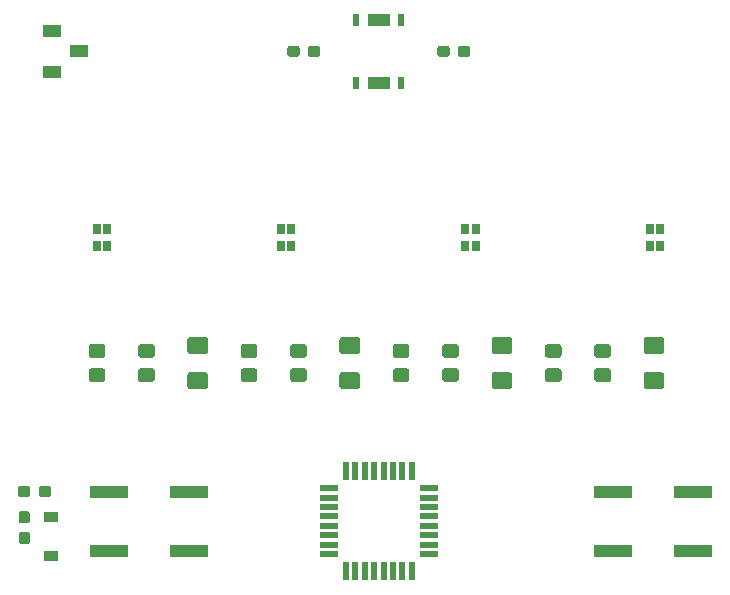
<source format=gbr>
G04 #@! TF.GenerationSoftware,KiCad,Pcbnew,(5.1.5)-3*
G04 #@! TF.CreationDate,2021-01-15T00:08:51-08:00*
G04 #@! TF.ProjectId,KHP2100,4b485032-3130-4302-9e6b-696361645f70,NC*
G04 #@! TF.SameCoordinates,Original*
G04 #@! TF.FileFunction,Paste,Top*
G04 #@! TF.FilePolarity,Positive*
%FSLAX46Y46*%
G04 Gerber Fmt 4.6, Leading zero omitted, Abs format (unit mm)*
G04 Created by KiCad (PCBNEW (5.1.5)-3) date 2021-01-15 00:08:51*
%MOMM*%
%LPD*%
G04 APERTURE LIST*
%ADD10C,0.100000*%
%ADD11R,0.650000X0.850000*%
%ADD12R,1.200000X0.900000*%
%ADD13R,1.600000X1.000000*%
%ADD14R,3.200000X1.000000*%
%ADD15R,0.600000X1.050000*%
%ADD16R,1.870000X1.050000*%
%ADD17R,0.550000X1.600000*%
%ADD18R,1.600000X0.550000*%
G04 APERTURE END LIST*
D10*
G36*
X120184779Y-97002344D02*
G01*
X120207834Y-97005763D01*
X120230443Y-97011427D01*
X120252387Y-97019279D01*
X120273457Y-97029244D01*
X120293448Y-97041226D01*
X120312168Y-97055110D01*
X120329438Y-97070762D01*
X120345090Y-97088032D01*
X120358974Y-97106752D01*
X120370956Y-97126743D01*
X120380921Y-97147813D01*
X120388773Y-97169757D01*
X120394437Y-97192366D01*
X120397856Y-97215421D01*
X120399000Y-97238700D01*
X120399000Y-97713700D01*
X120397856Y-97736979D01*
X120394437Y-97760034D01*
X120388773Y-97782643D01*
X120380921Y-97804587D01*
X120370956Y-97825657D01*
X120358974Y-97845648D01*
X120345090Y-97864368D01*
X120329438Y-97881638D01*
X120312168Y-97897290D01*
X120293448Y-97911174D01*
X120273457Y-97923156D01*
X120252387Y-97933121D01*
X120230443Y-97940973D01*
X120207834Y-97946637D01*
X120184779Y-97950056D01*
X120161500Y-97951200D01*
X119586500Y-97951200D01*
X119563221Y-97950056D01*
X119540166Y-97946637D01*
X119517557Y-97940973D01*
X119495613Y-97933121D01*
X119474543Y-97923156D01*
X119454552Y-97911174D01*
X119435832Y-97897290D01*
X119418562Y-97881638D01*
X119402910Y-97864368D01*
X119389026Y-97845648D01*
X119377044Y-97825657D01*
X119367079Y-97804587D01*
X119359227Y-97782643D01*
X119353563Y-97760034D01*
X119350144Y-97736979D01*
X119349000Y-97713700D01*
X119349000Y-97238700D01*
X119350144Y-97215421D01*
X119353563Y-97192366D01*
X119359227Y-97169757D01*
X119367079Y-97147813D01*
X119377044Y-97126743D01*
X119389026Y-97106752D01*
X119402910Y-97088032D01*
X119418562Y-97070762D01*
X119435832Y-97055110D01*
X119454552Y-97041226D01*
X119474543Y-97029244D01*
X119495613Y-97019279D01*
X119517557Y-97011427D01*
X119540166Y-97005763D01*
X119563221Y-97002344D01*
X119586500Y-97001200D01*
X120161500Y-97001200D01*
X120184779Y-97002344D01*
G37*
G36*
X118434779Y-97002344D02*
G01*
X118457834Y-97005763D01*
X118480443Y-97011427D01*
X118502387Y-97019279D01*
X118523457Y-97029244D01*
X118543448Y-97041226D01*
X118562168Y-97055110D01*
X118579438Y-97070762D01*
X118595090Y-97088032D01*
X118608974Y-97106752D01*
X118620956Y-97126743D01*
X118630921Y-97147813D01*
X118638773Y-97169757D01*
X118644437Y-97192366D01*
X118647856Y-97215421D01*
X118649000Y-97238700D01*
X118649000Y-97713700D01*
X118647856Y-97736979D01*
X118644437Y-97760034D01*
X118638773Y-97782643D01*
X118630921Y-97804587D01*
X118620956Y-97825657D01*
X118608974Y-97845648D01*
X118595090Y-97864368D01*
X118579438Y-97881638D01*
X118562168Y-97897290D01*
X118543448Y-97911174D01*
X118523457Y-97923156D01*
X118502387Y-97933121D01*
X118480443Y-97940973D01*
X118457834Y-97946637D01*
X118434779Y-97950056D01*
X118411500Y-97951200D01*
X117836500Y-97951200D01*
X117813221Y-97950056D01*
X117790166Y-97946637D01*
X117767557Y-97940973D01*
X117745613Y-97933121D01*
X117724543Y-97923156D01*
X117704552Y-97911174D01*
X117685832Y-97897290D01*
X117668562Y-97881638D01*
X117652910Y-97864368D01*
X117639026Y-97845648D01*
X117627044Y-97825657D01*
X117617079Y-97804587D01*
X117609227Y-97782643D01*
X117603563Y-97760034D01*
X117600144Y-97736979D01*
X117599000Y-97713700D01*
X117599000Y-97238700D01*
X117600144Y-97215421D01*
X117603563Y-97192366D01*
X117609227Y-97169757D01*
X117617079Y-97147813D01*
X117627044Y-97126743D01*
X117639026Y-97106752D01*
X117652910Y-97088032D01*
X117668562Y-97070762D01*
X117685832Y-97055110D01*
X117704552Y-97041226D01*
X117724543Y-97029244D01*
X117745613Y-97019279D01*
X117767557Y-97011427D01*
X117790166Y-97005763D01*
X117813221Y-97002344D01*
X117836500Y-97001200D01*
X118411500Y-97001200D01*
X118434779Y-97002344D01*
G37*
G36*
X142988829Y-59749344D02*
G01*
X143011884Y-59752763D01*
X143034493Y-59758427D01*
X143056437Y-59766279D01*
X143077507Y-59776244D01*
X143097498Y-59788226D01*
X143116218Y-59802110D01*
X143133488Y-59817762D01*
X143149140Y-59835032D01*
X143163024Y-59853752D01*
X143175006Y-59873743D01*
X143184971Y-59894813D01*
X143192823Y-59916757D01*
X143198487Y-59939366D01*
X143201906Y-59962421D01*
X143203050Y-59985700D01*
X143203050Y-60460700D01*
X143201906Y-60483979D01*
X143198487Y-60507034D01*
X143192823Y-60529643D01*
X143184971Y-60551587D01*
X143175006Y-60572657D01*
X143163024Y-60592648D01*
X143149140Y-60611368D01*
X143133488Y-60628638D01*
X143116218Y-60644290D01*
X143097498Y-60658174D01*
X143077507Y-60670156D01*
X143056437Y-60680121D01*
X143034493Y-60687973D01*
X143011884Y-60693637D01*
X142988829Y-60697056D01*
X142965550Y-60698200D01*
X142390550Y-60698200D01*
X142367271Y-60697056D01*
X142344216Y-60693637D01*
X142321607Y-60687973D01*
X142299663Y-60680121D01*
X142278593Y-60670156D01*
X142258602Y-60658174D01*
X142239882Y-60644290D01*
X142222612Y-60628638D01*
X142206960Y-60611368D01*
X142193076Y-60592648D01*
X142181094Y-60572657D01*
X142171129Y-60551587D01*
X142163277Y-60529643D01*
X142157613Y-60507034D01*
X142154194Y-60483979D01*
X142153050Y-60460700D01*
X142153050Y-59985700D01*
X142154194Y-59962421D01*
X142157613Y-59939366D01*
X142163277Y-59916757D01*
X142171129Y-59894813D01*
X142181094Y-59873743D01*
X142193076Y-59853752D01*
X142206960Y-59835032D01*
X142222612Y-59817762D01*
X142239882Y-59802110D01*
X142258602Y-59788226D01*
X142278593Y-59776244D01*
X142299663Y-59766279D01*
X142321607Y-59758427D01*
X142344216Y-59752763D01*
X142367271Y-59749344D01*
X142390550Y-59748200D01*
X142965550Y-59748200D01*
X142988829Y-59749344D01*
G37*
G36*
X141238829Y-59749344D02*
G01*
X141261884Y-59752763D01*
X141284493Y-59758427D01*
X141306437Y-59766279D01*
X141327507Y-59776244D01*
X141347498Y-59788226D01*
X141366218Y-59802110D01*
X141383488Y-59817762D01*
X141399140Y-59835032D01*
X141413024Y-59853752D01*
X141425006Y-59873743D01*
X141434971Y-59894813D01*
X141442823Y-59916757D01*
X141448487Y-59939366D01*
X141451906Y-59962421D01*
X141453050Y-59985700D01*
X141453050Y-60460700D01*
X141451906Y-60483979D01*
X141448487Y-60507034D01*
X141442823Y-60529643D01*
X141434971Y-60551587D01*
X141425006Y-60572657D01*
X141413024Y-60592648D01*
X141399140Y-60611368D01*
X141383488Y-60628638D01*
X141366218Y-60644290D01*
X141347498Y-60658174D01*
X141327507Y-60670156D01*
X141306437Y-60680121D01*
X141284493Y-60687973D01*
X141261884Y-60693637D01*
X141238829Y-60697056D01*
X141215550Y-60698200D01*
X140640550Y-60698200D01*
X140617271Y-60697056D01*
X140594216Y-60693637D01*
X140571607Y-60687973D01*
X140549663Y-60680121D01*
X140528593Y-60670156D01*
X140508602Y-60658174D01*
X140489882Y-60644290D01*
X140472612Y-60628638D01*
X140456960Y-60611368D01*
X140443076Y-60592648D01*
X140431094Y-60572657D01*
X140421129Y-60551587D01*
X140413277Y-60529643D01*
X140407613Y-60507034D01*
X140404194Y-60483979D01*
X140403050Y-60460700D01*
X140403050Y-59985700D01*
X140404194Y-59962421D01*
X140407613Y-59939366D01*
X140413277Y-59916757D01*
X140421129Y-59894813D01*
X140431094Y-59873743D01*
X140443076Y-59853752D01*
X140456960Y-59835032D01*
X140472612Y-59817762D01*
X140489882Y-59802110D01*
X140508602Y-59788226D01*
X140528593Y-59776244D01*
X140549663Y-59766279D01*
X140571607Y-59758427D01*
X140594216Y-59752763D01*
X140617271Y-59749344D01*
X140640550Y-59748200D01*
X141215550Y-59748200D01*
X141238829Y-59749344D01*
G37*
D11*
X139887766Y-76696400D03*
X140737766Y-76696400D03*
X139887766Y-75246400D03*
X140737766Y-75246400D03*
D10*
G36*
X155688829Y-59749344D02*
G01*
X155711884Y-59752763D01*
X155734493Y-59758427D01*
X155756437Y-59766279D01*
X155777507Y-59776244D01*
X155797498Y-59788226D01*
X155816218Y-59802110D01*
X155833488Y-59817762D01*
X155849140Y-59835032D01*
X155863024Y-59853752D01*
X155875006Y-59873743D01*
X155884971Y-59894813D01*
X155892823Y-59916757D01*
X155898487Y-59939366D01*
X155901906Y-59962421D01*
X155903050Y-59985700D01*
X155903050Y-60460700D01*
X155901906Y-60483979D01*
X155898487Y-60507034D01*
X155892823Y-60529643D01*
X155884971Y-60551587D01*
X155875006Y-60572657D01*
X155863024Y-60592648D01*
X155849140Y-60611368D01*
X155833488Y-60628638D01*
X155816218Y-60644290D01*
X155797498Y-60658174D01*
X155777507Y-60670156D01*
X155756437Y-60680121D01*
X155734493Y-60687973D01*
X155711884Y-60693637D01*
X155688829Y-60697056D01*
X155665550Y-60698200D01*
X155090550Y-60698200D01*
X155067271Y-60697056D01*
X155044216Y-60693637D01*
X155021607Y-60687973D01*
X154999663Y-60680121D01*
X154978593Y-60670156D01*
X154958602Y-60658174D01*
X154939882Y-60644290D01*
X154922612Y-60628638D01*
X154906960Y-60611368D01*
X154893076Y-60592648D01*
X154881094Y-60572657D01*
X154871129Y-60551587D01*
X154863277Y-60529643D01*
X154857613Y-60507034D01*
X154854194Y-60483979D01*
X154853050Y-60460700D01*
X154853050Y-59985700D01*
X154854194Y-59962421D01*
X154857613Y-59939366D01*
X154863277Y-59916757D01*
X154871129Y-59894813D01*
X154881094Y-59873743D01*
X154893076Y-59853752D01*
X154906960Y-59835032D01*
X154922612Y-59817762D01*
X154939882Y-59802110D01*
X154958602Y-59788226D01*
X154978593Y-59776244D01*
X154999663Y-59766279D01*
X155021607Y-59758427D01*
X155044216Y-59752763D01*
X155067271Y-59749344D01*
X155090550Y-59748200D01*
X155665550Y-59748200D01*
X155688829Y-59749344D01*
G37*
G36*
X153938829Y-59749344D02*
G01*
X153961884Y-59752763D01*
X153984493Y-59758427D01*
X154006437Y-59766279D01*
X154027507Y-59776244D01*
X154047498Y-59788226D01*
X154066218Y-59802110D01*
X154083488Y-59817762D01*
X154099140Y-59835032D01*
X154113024Y-59853752D01*
X154125006Y-59873743D01*
X154134971Y-59894813D01*
X154142823Y-59916757D01*
X154148487Y-59939366D01*
X154151906Y-59962421D01*
X154153050Y-59985700D01*
X154153050Y-60460700D01*
X154151906Y-60483979D01*
X154148487Y-60507034D01*
X154142823Y-60529643D01*
X154134971Y-60551587D01*
X154125006Y-60572657D01*
X154113024Y-60592648D01*
X154099140Y-60611368D01*
X154083488Y-60628638D01*
X154066218Y-60644290D01*
X154047498Y-60658174D01*
X154027507Y-60670156D01*
X154006437Y-60680121D01*
X153984493Y-60687973D01*
X153961884Y-60693637D01*
X153938829Y-60697056D01*
X153915550Y-60698200D01*
X153340550Y-60698200D01*
X153317271Y-60697056D01*
X153294216Y-60693637D01*
X153271607Y-60687973D01*
X153249663Y-60680121D01*
X153228593Y-60670156D01*
X153208602Y-60658174D01*
X153189882Y-60644290D01*
X153172612Y-60628638D01*
X153156960Y-60611368D01*
X153143076Y-60592648D01*
X153131094Y-60572657D01*
X153121129Y-60551587D01*
X153113277Y-60529643D01*
X153107613Y-60507034D01*
X153104194Y-60483979D01*
X153103050Y-60460700D01*
X153103050Y-59985700D01*
X153104194Y-59962421D01*
X153107613Y-59939366D01*
X153113277Y-59916757D01*
X153121129Y-59894813D01*
X153131094Y-59873743D01*
X153143076Y-59853752D01*
X153156960Y-59835032D01*
X153172612Y-59817762D01*
X153189882Y-59802110D01*
X153208602Y-59788226D01*
X153228593Y-59776244D01*
X153249663Y-59766279D01*
X153271607Y-59758427D01*
X153294216Y-59752763D01*
X153317271Y-59749344D01*
X153340550Y-59748200D01*
X153915550Y-59748200D01*
X153938829Y-59749344D01*
G37*
D12*
X120421400Y-99668400D03*
X120421400Y-102968400D03*
D11*
X171090900Y-76696400D03*
X171940900Y-76696400D03*
X171090900Y-75246400D03*
X171940900Y-75246400D03*
X155489332Y-76696400D03*
X156339332Y-76696400D03*
X155489332Y-75246400D03*
X156339332Y-75246400D03*
X124286200Y-76696400D03*
X125136200Y-76696400D03*
X124286200Y-75246400D03*
X125136200Y-75246400D03*
D10*
G36*
X118384779Y-100894544D02*
G01*
X118407834Y-100897963D01*
X118430443Y-100903627D01*
X118452387Y-100911479D01*
X118473457Y-100921444D01*
X118493448Y-100933426D01*
X118512168Y-100947310D01*
X118529438Y-100962962D01*
X118545090Y-100980232D01*
X118558974Y-100998952D01*
X118570956Y-101018943D01*
X118580921Y-101040013D01*
X118588773Y-101061957D01*
X118594437Y-101084566D01*
X118597856Y-101107621D01*
X118599000Y-101130900D01*
X118599000Y-101705900D01*
X118597856Y-101729179D01*
X118594437Y-101752234D01*
X118588773Y-101774843D01*
X118580921Y-101796787D01*
X118570956Y-101817857D01*
X118558974Y-101837848D01*
X118545090Y-101856568D01*
X118529438Y-101873838D01*
X118512168Y-101889490D01*
X118493448Y-101903374D01*
X118473457Y-101915356D01*
X118452387Y-101925321D01*
X118430443Y-101933173D01*
X118407834Y-101938837D01*
X118384779Y-101942256D01*
X118361500Y-101943400D01*
X117886500Y-101943400D01*
X117863221Y-101942256D01*
X117840166Y-101938837D01*
X117817557Y-101933173D01*
X117795613Y-101925321D01*
X117774543Y-101915356D01*
X117754552Y-101903374D01*
X117735832Y-101889490D01*
X117718562Y-101873838D01*
X117702910Y-101856568D01*
X117689026Y-101837848D01*
X117677044Y-101817857D01*
X117667079Y-101796787D01*
X117659227Y-101774843D01*
X117653563Y-101752234D01*
X117650144Y-101729179D01*
X117649000Y-101705900D01*
X117649000Y-101130900D01*
X117650144Y-101107621D01*
X117653563Y-101084566D01*
X117659227Y-101061957D01*
X117667079Y-101040013D01*
X117677044Y-101018943D01*
X117689026Y-100998952D01*
X117702910Y-100980232D01*
X117718562Y-100962962D01*
X117735832Y-100947310D01*
X117754552Y-100933426D01*
X117774543Y-100921444D01*
X117795613Y-100911479D01*
X117817557Y-100903627D01*
X117840166Y-100897963D01*
X117863221Y-100894544D01*
X117886500Y-100893400D01*
X118361500Y-100893400D01*
X118384779Y-100894544D01*
G37*
G36*
X118384779Y-99144544D02*
G01*
X118407834Y-99147963D01*
X118430443Y-99153627D01*
X118452387Y-99161479D01*
X118473457Y-99171444D01*
X118493448Y-99183426D01*
X118512168Y-99197310D01*
X118529438Y-99212962D01*
X118545090Y-99230232D01*
X118558974Y-99248952D01*
X118570956Y-99268943D01*
X118580921Y-99290013D01*
X118588773Y-99311957D01*
X118594437Y-99334566D01*
X118597856Y-99357621D01*
X118599000Y-99380900D01*
X118599000Y-99955900D01*
X118597856Y-99979179D01*
X118594437Y-100002234D01*
X118588773Y-100024843D01*
X118580921Y-100046787D01*
X118570956Y-100067857D01*
X118558974Y-100087848D01*
X118545090Y-100106568D01*
X118529438Y-100123838D01*
X118512168Y-100139490D01*
X118493448Y-100153374D01*
X118473457Y-100165356D01*
X118452387Y-100175321D01*
X118430443Y-100183173D01*
X118407834Y-100188837D01*
X118384779Y-100192256D01*
X118361500Y-100193400D01*
X117886500Y-100193400D01*
X117863221Y-100192256D01*
X117840166Y-100188837D01*
X117817557Y-100183173D01*
X117795613Y-100175321D01*
X117774543Y-100165356D01*
X117754552Y-100153374D01*
X117735832Y-100139490D01*
X117718562Y-100123838D01*
X117702910Y-100106568D01*
X117689026Y-100087848D01*
X117677044Y-100067857D01*
X117667079Y-100046787D01*
X117659227Y-100024843D01*
X117653563Y-100002234D01*
X117650144Y-99979179D01*
X117649000Y-99955900D01*
X117649000Y-99380900D01*
X117650144Y-99357621D01*
X117653563Y-99334566D01*
X117659227Y-99311957D01*
X117667079Y-99290013D01*
X117677044Y-99268943D01*
X117689026Y-99248952D01*
X117702910Y-99230232D01*
X117718562Y-99212962D01*
X117735832Y-99197310D01*
X117754552Y-99183426D01*
X117774543Y-99171444D01*
X117795613Y-99161479D01*
X117817557Y-99153627D01*
X117840166Y-99147963D01*
X117863221Y-99144544D01*
X117886500Y-99143400D01*
X118361500Y-99143400D01*
X118384779Y-99144544D01*
G37*
G36*
X172096404Y-87390204D02*
G01*
X172120673Y-87393804D01*
X172144471Y-87399765D01*
X172167571Y-87408030D01*
X172189749Y-87418520D01*
X172210793Y-87431133D01*
X172230498Y-87445747D01*
X172248677Y-87462223D01*
X172265153Y-87480402D01*
X172279767Y-87500107D01*
X172292380Y-87521151D01*
X172302870Y-87543329D01*
X172311135Y-87566429D01*
X172317096Y-87590227D01*
X172320696Y-87614496D01*
X172321900Y-87639000D01*
X172321900Y-88564000D01*
X172320696Y-88588504D01*
X172317096Y-88612773D01*
X172311135Y-88636571D01*
X172302870Y-88659671D01*
X172292380Y-88681849D01*
X172279767Y-88702893D01*
X172265153Y-88722598D01*
X172248677Y-88740777D01*
X172230498Y-88757253D01*
X172210793Y-88771867D01*
X172189749Y-88784480D01*
X172167571Y-88794970D01*
X172144471Y-88803235D01*
X172120673Y-88809196D01*
X172096404Y-88812796D01*
X172071900Y-88814000D01*
X170821900Y-88814000D01*
X170797396Y-88812796D01*
X170773127Y-88809196D01*
X170749329Y-88803235D01*
X170726229Y-88794970D01*
X170704051Y-88784480D01*
X170683007Y-88771867D01*
X170663302Y-88757253D01*
X170645123Y-88740777D01*
X170628647Y-88722598D01*
X170614033Y-88702893D01*
X170601420Y-88681849D01*
X170590930Y-88659671D01*
X170582665Y-88636571D01*
X170576704Y-88612773D01*
X170573104Y-88588504D01*
X170571900Y-88564000D01*
X170571900Y-87639000D01*
X170573104Y-87614496D01*
X170576704Y-87590227D01*
X170582665Y-87566429D01*
X170590930Y-87543329D01*
X170601420Y-87521151D01*
X170614033Y-87500107D01*
X170628647Y-87480402D01*
X170645123Y-87462223D01*
X170663302Y-87445747D01*
X170683007Y-87431133D01*
X170704051Y-87418520D01*
X170726229Y-87408030D01*
X170749329Y-87399765D01*
X170773127Y-87393804D01*
X170797396Y-87390204D01*
X170821900Y-87389000D01*
X172071900Y-87389000D01*
X172096404Y-87390204D01*
G37*
G36*
X172096404Y-84415204D02*
G01*
X172120673Y-84418804D01*
X172144471Y-84424765D01*
X172167571Y-84433030D01*
X172189749Y-84443520D01*
X172210793Y-84456133D01*
X172230498Y-84470747D01*
X172248677Y-84487223D01*
X172265153Y-84505402D01*
X172279767Y-84525107D01*
X172292380Y-84546151D01*
X172302870Y-84568329D01*
X172311135Y-84591429D01*
X172317096Y-84615227D01*
X172320696Y-84639496D01*
X172321900Y-84664000D01*
X172321900Y-85589000D01*
X172320696Y-85613504D01*
X172317096Y-85637773D01*
X172311135Y-85661571D01*
X172302870Y-85684671D01*
X172292380Y-85706849D01*
X172279767Y-85727893D01*
X172265153Y-85747598D01*
X172248677Y-85765777D01*
X172230498Y-85782253D01*
X172210793Y-85796867D01*
X172189749Y-85809480D01*
X172167571Y-85819970D01*
X172144471Y-85828235D01*
X172120673Y-85834196D01*
X172096404Y-85837796D01*
X172071900Y-85839000D01*
X170821900Y-85839000D01*
X170797396Y-85837796D01*
X170773127Y-85834196D01*
X170749329Y-85828235D01*
X170726229Y-85819970D01*
X170704051Y-85809480D01*
X170683007Y-85796867D01*
X170663302Y-85782253D01*
X170645123Y-85765777D01*
X170628647Y-85747598D01*
X170614033Y-85727893D01*
X170601420Y-85706849D01*
X170590930Y-85684671D01*
X170582665Y-85661571D01*
X170576704Y-85637773D01*
X170573104Y-85613504D01*
X170571900Y-85589000D01*
X170571900Y-84664000D01*
X170573104Y-84639496D01*
X170576704Y-84615227D01*
X170582665Y-84591429D01*
X170590930Y-84568329D01*
X170601420Y-84546151D01*
X170614033Y-84525107D01*
X170628647Y-84505402D01*
X170645123Y-84487223D01*
X170663302Y-84470747D01*
X170683007Y-84456133D01*
X170704051Y-84443520D01*
X170726229Y-84433030D01*
X170749329Y-84424765D01*
X170773127Y-84418804D01*
X170797396Y-84415204D01*
X170821900Y-84414000D01*
X172071900Y-84414000D01*
X172096404Y-84415204D01*
G37*
G36*
X167572705Y-87065204D02*
G01*
X167596973Y-87068804D01*
X167620772Y-87074765D01*
X167643871Y-87083030D01*
X167666050Y-87093520D01*
X167687093Y-87106132D01*
X167706799Y-87120747D01*
X167724977Y-87137223D01*
X167741453Y-87155401D01*
X167756068Y-87175107D01*
X167768680Y-87196150D01*
X167779170Y-87218329D01*
X167787435Y-87241428D01*
X167793396Y-87265227D01*
X167796996Y-87289495D01*
X167798200Y-87313999D01*
X167798200Y-87964001D01*
X167796996Y-87988505D01*
X167793396Y-88012773D01*
X167787435Y-88036572D01*
X167779170Y-88059671D01*
X167768680Y-88081850D01*
X167756068Y-88102893D01*
X167741453Y-88122599D01*
X167724977Y-88140777D01*
X167706799Y-88157253D01*
X167687093Y-88171868D01*
X167666050Y-88184480D01*
X167643871Y-88194970D01*
X167620772Y-88203235D01*
X167596973Y-88209196D01*
X167572705Y-88212796D01*
X167548201Y-88214000D01*
X166648199Y-88214000D01*
X166623695Y-88212796D01*
X166599427Y-88209196D01*
X166575628Y-88203235D01*
X166552529Y-88194970D01*
X166530350Y-88184480D01*
X166509307Y-88171868D01*
X166489601Y-88157253D01*
X166471423Y-88140777D01*
X166454947Y-88122599D01*
X166440332Y-88102893D01*
X166427720Y-88081850D01*
X166417230Y-88059671D01*
X166408965Y-88036572D01*
X166403004Y-88012773D01*
X166399404Y-87988505D01*
X166398200Y-87964001D01*
X166398200Y-87313999D01*
X166399404Y-87289495D01*
X166403004Y-87265227D01*
X166408965Y-87241428D01*
X166417230Y-87218329D01*
X166427720Y-87196150D01*
X166440332Y-87175107D01*
X166454947Y-87155401D01*
X166471423Y-87137223D01*
X166489601Y-87120747D01*
X166509307Y-87106132D01*
X166530350Y-87093520D01*
X166552529Y-87083030D01*
X166575628Y-87074765D01*
X166599427Y-87068804D01*
X166623695Y-87065204D01*
X166648199Y-87064000D01*
X167548201Y-87064000D01*
X167572705Y-87065204D01*
G37*
G36*
X167572705Y-85015204D02*
G01*
X167596973Y-85018804D01*
X167620772Y-85024765D01*
X167643871Y-85033030D01*
X167666050Y-85043520D01*
X167687093Y-85056132D01*
X167706799Y-85070747D01*
X167724977Y-85087223D01*
X167741453Y-85105401D01*
X167756068Y-85125107D01*
X167768680Y-85146150D01*
X167779170Y-85168329D01*
X167787435Y-85191428D01*
X167793396Y-85215227D01*
X167796996Y-85239495D01*
X167798200Y-85263999D01*
X167798200Y-85914001D01*
X167796996Y-85938505D01*
X167793396Y-85962773D01*
X167787435Y-85986572D01*
X167779170Y-86009671D01*
X167768680Y-86031850D01*
X167756068Y-86052893D01*
X167741453Y-86072599D01*
X167724977Y-86090777D01*
X167706799Y-86107253D01*
X167687093Y-86121868D01*
X167666050Y-86134480D01*
X167643871Y-86144970D01*
X167620772Y-86153235D01*
X167596973Y-86159196D01*
X167572705Y-86162796D01*
X167548201Y-86164000D01*
X166648199Y-86164000D01*
X166623695Y-86162796D01*
X166599427Y-86159196D01*
X166575628Y-86153235D01*
X166552529Y-86144970D01*
X166530350Y-86134480D01*
X166509307Y-86121868D01*
X166489601Y-86107253D01*
X166471423Y-86090777D01*
X166454947Y-86072599D01*
X166440332Y-86052893D01*
X166427720Y-86031850D01*
X166417230Y-86009671D01*
X166408965Y-85986572D01*
X166403004Y-85962773D01*
X166399404Y-85938505D01*
X166398200Y-85914001D01*
X166398200Y-85263999D01*
X166399404Y-85239495D01*
X166403004Y-85215227D01*
X166408965Y-85191428D01*
X166417230Y-85168329D01*
X166427720Y-85146150D01*
X166440332Y-85125107D01*
X166454947Y-85105401D01*
X166471423Y-85087223D01*
X166489601Y-85070747D01*
X166509307Y-85056132D01*
X166530350Y-85043520D01*
X166552529Y-85033030D01*
X166575628Y-85024765D01*
X166599427Y-85018804D01*
X166623695Y-85015204D01*
X166648199Y-85014000D01*
X167548201Y-85014000D01*
X167572705Y-85015204D01*
G37*
G36*
X163394005Y-87065204D02*
G01*
X163418273Y-87068804D01*
X163442072Y-87074765D01*
X163465171Y-87083030D01*
X163487350Y-87093520D01*
X163508393Y-87106132D01*
X163528099Y-87120747D01*
X163546277Y-87137223D01*
X163562753Y-87155401D01*
X163577368Y-87175107D01*
X163589980Y-87196150D01*
X163600470Y-87218329D01*
X163608735Y-87241428D01*
X163614696Y-87265227D01*
X163618296Y-87289495D01*
X163619500Y-87313999D01*
X163619500Y-87964001D01*
X163618296Y-87988505D01*
X163614696Y-88012773D01*
X163608735Y-88036572D01*
X163600470Y-88059671D01*
X163589980Y-88081850D01*
X163577368Y-88102893D01*
X163562753Y-88122599D01*
X163546277Y-88140777D01*
X163528099Y-88157253D01*
X163508393Y-88171868D01*
X163487350Y-88184480D01*
X163465171Y-88194970D01*
X163442072Y-88203235D01*
X163418273Y-88209196D01*
X163394005Y-88212796D01*
X163369501Y-88214000D01*
X162469499Y-88214000D01*
X162444995Y-88212796D01*
X162420727Y-88209196D01*
X162396928Y-88203235D01*
X162373829Y-88194970D01*
X162351650Y-88184480D01*
X162330607Y-88171868D01*
X162310901Y-88157253D01*
X162292723Y-88140777D01*
X162276247Y-88122599D01*
X162261632Y-88102893D01*
X162249020Y-88081850D01*
X162238530Y-88059671D01*
X162230265Y-88036572D01*
X162224304Y-88012773D01*
X162220704Y-87988505D01*
X162219500Y-87964001D01*
X162219500Y-87313999D01*
X162220704Y-87289495D01*
X162224304Y-87265227D01*
X162230265Y-87241428D01*
X162238530Y-87218329D01*
X162249020Y-87196150D01*
X162261632Y-87175107D01*
X162276247Y-87155401D01*
X162292723Y-87137223D01*
X162310901Y-87120747D01*
X162330607Y-87106132D01*
X162351650Y-87093520D01*
X162373829Y-87083030D01*
X162396928Y-87074765D01*
X162420727Y-87068804D01*
X162444995Y-87065204D01*
X162469499Y-87064000D01*
X163369501Y-87064000D01*
X163394005Y-87065204D01*
G37*
G36*
X163394005Y-85015204D02*
G01*
X163418273Y-85018804D01*
X163442072Y-85024765D01*
X163465171Y-85033030D01*
X163487350Y-85043520D01*
X163508393Y-85056132D01*
X163528099Y-85070747D01*
X163546277Y-85087223D01*
X163562753Y-85105401D01*
X163577368Y-85125107D01*
X163589980Y-85146150D01*
X163600470Y-85168329D01*
X163608735Y-85191428D01*
X163614696Y-85215227D01*
X163618296Y-85239495D01*
X163619500Y-85263999D01*
X163619500Y-85914001D01*
X163618296Y-85938505D01*
X163614696Y-85962773D01*
X163608735Y-85986572D01*
X163600470Y-86009671D01*
X163589980Y-86031850D01*
X163577368Y-86052893D01*
X163562753Y-86072599D01*
X163546277Y-86090777D01*
X163528099Y-86107253D01*
X163508393Y-86121868D01*
X163487350Y-86134480D01*
X163465171Y-86144970D01*
X163442072Y-86153235D01*
X163418273Y-86159196D01*
X163394005Y-86162796D01*
X163369501Y-86164000D01*
X162469499Y-86164000D01*
X162444995Y-86162796D01*
X162420727Y-86159196D01*
X162396928Y-86153235D01*
X162373829Y-86144970D01*
X162351650Y-86134480D01*
X162330607Y-86121868D01*
X162310901Y-86107253D01*
X162292723Y-86090777D01*
X162276247Y-86072599D01*
X162261632Y-86052893D01*
X162249020Y-86031850D01*
X162238530Y-86009671D01*
X162230265Y-85986572D01*
X162224304Y-85962773D01*
X162220704Y-85938505D01*
X162219500Y-85914001D01*
X162219500Y-85263999D01*
X162220704Y-85239495D01*
X162224304Y-85215227D01*
X162230265Y-85191428D01*
X162238530Y-85168329D01*
X162249020Y-85146150D01*
X162261632Y-85125107D01*
X162276247Y-85105401D01*
X162292723Y-85087223D01*
X162310901Y-85070747D01*
X162330607Y-85056132D01*
X162351650Y-85043520D01*
X162373829Y-85033030D01*
X162396928Y-85024765D01*
X162420727Y-85018804D01*
X162444995Y-85015204D01*
X162469499Y-85014000D01*
X163369501Y-85014000D01*
X163394005Y-85015204D01*
G37*
G36*
X159220304Y-87390204D02*
G01*
X159244573Y-87393804D01*
X159268371Y-87399765D01*
X159291471Y-87408030D01*
X159313649Y-87418520D01*
X159334693Y-87431133D01*
X159354398Y-87445747D01*
X159372577Y-87462223D01*
X159389053Y-87480402D01*
X159403667Y-87500107D01*
X159416280Y-87521151D01*
X159426770Y-87543329D01*
X159435035Y-87566429D01*
X159440996Y-87590227D01*
X159444596Y-87614496D01*
X159445800Y-87639000D01*
X159445800Y-88564000D01*
X159444596Y-88588504D01*
X159440996Y-88612773D01*
X159435035Y-88636571D01*
X159426770Y-88659671D01*
X159416280Y-88681849D01*
X159403667Y-88702893D01*
X159389053Y-88722598D01*
X159372577Y-88740777D01*
X159354398Y-88757253D01*
X159334693Y-88771867D01*
X159313649Y-88784480D01*
X159291471Y-88794970D01*
X159268371Y-88803235D01*
X159244573Y-88809196D01*
X159220304Y-88812796D01*
X159195800Y-88814000D01*
X157945800Y-88814000D01*
X157921296Y-88812796D01*
X157897027Y-88809196D01*
X157873229Y-88803235D01*
X157850129Y-88794970D01*
X157827951Y-88784480D01*
X157806907Y-88771867D01*
X157787202Y-88757253D01*
X157769023Y-88740777D01*
X157752547Y-88722598D01*
X157737933Y-88702893D01*
X157725320Y-88681849D01*
X157714830Y-88659671D01*
X157706565Y-88636571D01*
X157700604Y-88612773D01*
X157697004Y-88588504D01*
X157695800Y-88564000D01*
X157695800Y-87639000D01*
X157697004Y-87614496D01*
X157700604Y-87590227D01*
X157706565Y-87566429D01*
X157714830Y-87543329D01*
X157725320Y-87521151D01*
X157737933Y-87500107D01*
X157752547Y-87480402D01*
X157769023Y-87462223D01*
X157787202Y-87445747D01*
X157806907Y-87431133D01*
X157827951Y-87418520D01*
X157850129Y-87408030D01*
X157873229Y-87399765D01*
X157897027Y-87393804D01*
X157921296Y-87390204D01*
X157945800Y-87389000D01*
X159195800Y-87389000D01*
X159220304Y-87390204D01*
G37*
G36*
X159220304Y-84415204D02*
G01*
X159244573Y-84418804D01*
X159268371Y-84424765D01*
X159291471Y-84433030D01*
X159313649Y-84443520D01*
X159334693Y-84456133D01*
X159354398Y-84470747D01*
X159372577Y-84487223D01*
X159389053Y-84505402D01*
X159403667Y-84525107D01*
X159416280Y-84546151D01*
X159426770Y-84568329D01*
X159435035Y-84591429D01*
X159440996Y-84615227D01*
X159444596Y-84639496D01*
X159445800Y-84664000D01*
X159445800Y-85589000D01*
X159444596Y-85613504D01*
X159440996Y-85637773D01*
X159435035Y-85661571D01*
X159426770Y-85684671D01*
X159416280Y-85706849D01*
X159403667Y-85727893D01*
X159389053Y-85747598D01*
X159372577Y-85765777D01*
X159354398Y-85782253D01*
X159334693Y-85796867D01*
X159313649Y-85809480D01*
X159291471Y-85819970D01*
X159268371Y-85828235D01*
X159244573Y-85834196D01*
X159220304Y-85837796D01*
X159195800Y-85839000D01*
X157945800Y-85839000D01*
X157921296Y-85837796D01*
X157897027Y-85834196D01*
X157873229Y-85828235D01*
X157850129Y-85819970D01*
X157827951Y-85809480D01*
X157806907Y-85796867D01*
X157787202Y-85782253D01*
X157769023Y-85765777D01*
X157752547Y-85747598D01*
X157737933Y-85727893D01*
X157725320Y-85706849D01*
X157714830Y-85684671D01*
X157706565Y-85661571D01*
X157700604Y-85637773D01*
X157697004Y-85613504D01*
X157695800Y-85589000D01*
X157695800Y-84664000D01*
X157697004Y-84639496D01*
X157700604Y-84615227D01*
X157706565Y-84591429D01*
X157714830Y-84568329D01*
X157725320Y-84546151D01*
X157737933Y-84525107D01*
X157752547Y-84505402D01*
X157769023Y-84487223D01*
X157787202Y-84470747D01*
X157806907Y-84456133D01*
X157827951Y-84443520D01*
X157850129Y-84433030D01*
X157873229Y-84424765D01*
X157897027Y-84418804D01*
X157921296Y-84415204D01*
X157945800Y-84414000D01*
X159195800Y-84414000D01*
X159220304Y-84415204D01*
G37*
G36*
X154696605Y-87065204D02*
G01*
X154720873Y-87068804D01*
X154744672Y-87074765D01*
X154767771Y-87083030D01*
X154789950Y-87093520D01*
X154810993Y-87106132D01*
X154830699Y-87120747D01*
X154848877Y-87137223D01*
X154865353Y-87155401D01*
X154879968Y-87175107D01*
X154892580Y-87196150D01*
X154903070Y-87218329D01*
X154911335Y-87241428D01*
X154917296Y-87265227D01*
X154920896Y-87289495D01*
X154922100Y-87313999D01*
X154922100Y-87964001D01*
X154920896Y-87988505D01*
X154917296Y-88012773D01*
X154911335Y-88036572D01*
X154903070Y-88059671D01*
X154892580Y-88081850D01*
X154879968Y-88102893D01*
X154865353Y-88122599D01*
X154848877Y-88140777D01*
X154830699Y-88157253D01*
X154810993Y-88171868D01*
X154789950Y-88184480D01*
X154767771Y-88194970D01*
X154744672Y-88203235D01*
X154720873Y-88209196D01*
X154696605Y-88212796D01*
X154672101Y-88214000D01*
X153772099Y-88214000D01*
X153747595Y-88212796D01*
X153723327Y-88209196D01*
X153699528Y-88203235D01*
X153676429Y-88194970D01*
X153654250Y-88184480D01*
X153633207Y-88171868D01*
X153613501Y-88157253D01*
X153595323Y-88140777D01*
X153578847Y-88122599D01*
X153564232Y-88102893D01*
X153551620Y-88081850D01*
X153541130Y-88059671D01*
X153532865Y-88036572D01*
X153526904Y-88012773D01*
X153523304Y-87988505D01*
X153522100Y-87964001D01*
X153522100Y-87313999D01*
X153523304Y-87289495D01*
X153526904Y-87265227D01*
X153532865Y-87241428D01*
X153541130Y-87218329D01*
X153551620Y-87196150D01*
X153564232Y-87175107D01*
X153578847Y-87155401D01*
X153595323Y-87137223D01*
X153613501Y-87120747D01*
X153633207Y-87106132D01*
X153654250Y-87093520D01*
X153676429Y-87083030D01*
X153699528Y-87074765D01*
X153723327Y-87068804D01*
X153747595Y-87065204D01*
X153772099Y-87064000D01*
X154672101Y-87064000D01*
X154696605Y-87065204D01*
G37*
G36*
X154696605Y-85015204D02*
G01*
X154720873Y-85018804D01*
X154744672Y-85024765D01*
X154767771Y-85033030D01*
X154789950Y-85043520D01*
X154810993Y-85056132D01*
X154830699Y-85070747D01*
X154848877Y-85087223D01*
X154865353Y-85105401D01*
X154879968Y-85125107D01*
X154892580Y-85146150D01*
X154903070Y-85168329D01*
X154911335Y-85191428D01*
X154917296Y-85215227D01*
X154920896Y-85239495D01*
X154922100Y-85263999D01*
X154922100Y-85914001D01*
X154920896Y-85938505D01*
X154917296Y-85962773D01*
X154911335Y-85986572D01*
X154903070Y-86009671D01*
X154892580Y-86031850D01*
X154879968Y-86052893D01*
X154865353Y-86072599D01*
X154848877Y-86090777D01*
X154830699Y-86107253D01*
X154810993Y-86121868D01*
X154789950Y-86134480D01*
X154767771Y-86144970D01*
X154744672Y-86153235D01*
X154720873Y-86159196D01*
X154696605Y-86162796D01*
X154672101Y-86164000D01*
X153772099Y-86164000D01*
X153747595Y-86162796D01*
X153723327Y-86159196D01*
X153699528Y-86153235D01*
X153676429Y-86144970D01*
X153654250Y-86134480D01*
X153633207Y-86121868D01*
X153613501Y-86107253D01*
X153595323Y-86090777D01*
X153578847Y-86072599D01*
X153564232Y-86052893D01*
X153551620Y-86031850D01*
X153541130Y-86009671D01*
X153532865Y-85986572D01*
X153526904Y-85962773D01*
X153523304Y-85938505D01*
X153522100Y-85914001D01*
X153522100Y-85263999D01*
X153523304Y-85239495D01*
X153526904Y-85215227D01*
X153532865Y-85191428D01*
X153541130Y-85168329D01*
X153551620Y-85146150D01*
X153564232Y-85125107D01*
X153578847Y-85105401D01*
X153595323Y-85087223D01*
X153613501Y-85070747D01*
X153633207Y-85056132D01*
X153654250Y-85043520D01*
X153676429Y-85033030D01*
X153699528Y-85024765D01*
X153723327Y-85018804D01*
X153747595Y-85015204D01*
X153772099Y-85014000D01*
X154672101Y-85014000D01*
X154696605Y-85015204D01*
G37*
G36*
X150517905Y-87065204D02*
G01*
X150542173Y-87068804D01*
X150565972Y-87074765D01*
X150589071Y-87083030D01*
X150611250Y-87093520D01*
X150632293Y-87106132D01*
X150651999Y-87120747D01*
X150670177Y-87137223D01*
X150686653Y-87155401D01*
X150701268Y-87175107D01*
X150713880Y-87196150D01*
X150724370Y-87218329D01*
X150732635Y-87241428D01*
X150738596Y-87265227D01*
X150742196Y-87289495D01*
X150743400Y-87313999D01*
X150743400Y-87964001D01*
X150742196Y-87988505D01*
X150738596Y-88012773D01*
X150732635Y-88036572D01*
X150724370Y-88059671D01*
X150713880Y-88081850D01*
X150701268Y-88102893D01*
X150686653Y-88122599D01*
X150670177Y-88140777D01*
X150651999Y-88157253D01*
X150632293Y-88171868D01*
X150611250Y-88184480D01*
X150589071Y-88194970D01*
X150565972Y-88203235D01*
X150542173Y-88209196D01*
X150517905Y-88212796D01*
X150493401Y-88214000D01*
X149593399Y-88214000D01*
X149568895Y-88212796D01*
X149544627Y-88209196D01*
X149520828Y-88203235D01*
X149497729Y-88194970D01*
X149475550Y-88184480D01*
X149454507Y-88171868D01*
X149434801Y-88157253D01*
X149416623Y-88140777D01*
X149400147Y-88122599D01*
X149385532Y-88102893D01*
X149372920Y-88081850D01*
X149362430Y-88059671D01*
X149354165Y-88036572D01*
X149348204Y-88012773D01*
X149344604Y-87988505D01*
X149343400Y-87964001D01*
X149343400Y-87313999D01*
X149344604Y-87289495D01*
X149348204Y-87265227D01*
X149354165Y-87241428D01*
X149362430Y-87218329D01*
X149372920Y-87196150D01*
X149385532Y-87175107D01*
X149400147Y-87155401D01*
X149416623Y-87137223D01*
X149434801Y-87120747D01*
X149454507Y-87106132D01*
X149475550Y-87093520D01*
X149497729Y-87083030D01*
X149520828Y-87074765D01*
X149544627Y-87068804D01*
X149568895Y-87065204D01*
X149593399Y-87064000D01*
X150493401Y-87064000D01*
X150517905Y-87065204D01*
G37*
G36*
X150517905Y-85015204D02*
G01*
X150542173Y-85018804D01*
X150565972Y-85024765D01*
X150589071Y-85033030D01*
X150611250Y-85043520D01*
X150632293Y-85056132D01*
X150651999Y-85070747D01*
X150670177Y-85087223D01*
X150686653Y-85105401D01*
X150701268Y-85125107D01*
X150713880Y-85146150D01*
X150724370Y-85168329D01*
X150732635Y-85191428D01*
X150738596Y-85215227D01*
X150742196Y-85239495D01*
X150743400Y-85263999D01*
X150743400Y-85914001D01*
X150742196Y-85938505D01*
X150738596Y-85962773D01*
X150732635Y-85986572D01*
X150724370Y-86009671D01*
X150713880Y-86031850D01*
X150701268Y-86052893D01*
X150686653Y-86072599D01*
X150670177Y-86090777D01*
X150651999Y-86107253D01*
X150632293Y-86121868D01*
X150611250Y-86134480D01*
X150589071Y-86144970D01*
X150565972Y-86153235D01*
X150542173Y-86159196D01*
X150517905Y-86162796D01*
X150493401Y-86164000D01*
X149593399Y-86164000D01*
X149568895Y-86162796D01*
X149544627Y-86159196D01*
X149520828Y-86153235D01*
X149497729Y-86144970D01*
X149475550Y-86134480D01*
X149454507Y-86121868D01*
X149434801Y-86107253D01*
X149416623Y-86090777D01*
X149400147Y-86072599D01*
X149385532Y-86052893D01*
X149372920Y-86031850D01*
X149362430Y-86009671D01*
X149354165Y-85986572D01*
X149348204Y-85962773D01*
X149344604Y-85938505D01*
X149343400Y-85914001D01*
X149343400Y-85263999D01*
X149344604Y-85239495D01*
X149348204Y-85215227D01*
X149354165Y-85191428D01*
X149362430Y-85168329D01*
X149372920Y-85146150D01*
X149385532Y-85125107D01*
X149400147Y-85105401D01*
X149416623Y-85087223D01*
X149434801Y-85070747D01*
X149454507Y-85056132D01*
X149475550Y-85043520D01*
X149497729Y-85033030D01*
X149520828Y-85024765D01*
X149544627Y-85018804D01*
X149568895Y-85015204D01*
X149593399Y-85014000D01*
X150493401Y-85014000D01*
X150517905Y-85015204D01*
G37*
G36*
X146344204Y-87390204D02*
G01*
X146368473Y-87393804D01*
X146392271Y-87399765D01*
X146415371Y-87408030D01*
X146437549Y-87418520D01*
X146458593Y-87431133D01*
X146478298Y-87445747D01*
X146496477Y-87462223D01*
X146512953Y-87480402D01*
X146527567Y-87500107D01*
X146540180Y-87521151D01*
X146550670Y-87543329D01*
X146558935Y-87566429D01*
X146564896Y-87590227D01*
X146568496Y-87614496D01*
X146569700Y-87639000D01*
X146569700Y-88564000D01*
X146568496Y-88588504D01*
X146564896Y-88612773D01*
X146558935Y-88636571D01*
X146550670Y-88659671D01*
X146540180Y-88681849D01*
X146527567Y-88702893D01*
X146512953Y-88722598D01*
X146496477Y-88740777D01*
X146478298Y-88757253D01*
X146458593Y-88771867D01*
X146437549Y-88784480D01*
X146415371Y-88794970D01*
X146392271Y-88803235D01*
X146368473Y-88809196D01*
X146344204Y-88812796D01*
X146319700Y-88814000D01*
X145069700Y-88814000D01*
X145045196Y-88812796D01*
X145020927Y-88809196D01*
X144997129Y-88803235D01*
X144974029Y-88794970D01*
X144951851Y-88784480D01*
X144930807Y-88771867D01*
X144911102Y-88757253D01*
X144892923Y-88740777D01*
X144876447Y-88722598D01*
X144861833Y-88702893D01*
X144849220Y-88681849D01*
X144838730Y-88659671D01*
X144830465Y-88636571D01*
X144824504Y-88612773D01*
X144820904Y-88588504D01*
X144819700Y-88564000D01*
X144819700Y-87639000D01*
X144820904Y-87614496D01*
X144824504Y-87590227D01*
X144830465Y-87566429D01*
X144838730Y-87543329D01*
X144849220Y-87521151D01*
X144861833Y-87500107D01*
X144876447Y-87480402D01*
X144892923Y-87462223D01*
X144911102Y-87445747D01*
X144930807Y-87431133D01*
X144951851Y-87418520D01*
X144974029Y-87408030D01*
X144997129Y-87399765D01*
X145020927Y-87393804D01*
X145045196Y-87390204D01*
X145069700Y-87389000D01*
X146319700Y-87389000D01*
X146344204Y-87390204D01*
G37*
G36*
X146344204Y-84415204D02*
G01*
X146368473Y-84418804D01*
X146392271Y-84424765D01*
X146415371Y-84433030D01*
X146437549Y-84443520D01*
X146458593Y-84456133D01*
X146478298Y-84470747D01*
X146496477Y-84487223D01*
X146512953Y-84505402D01*
X146527567Y-84525107D01*
X146540180Y-84546151D01*
X146550670Y-84568329D01*
X146558935Y-84591429D01*
X146564896Y-84615227D01*
X146568496Y-84639496D01*
X146569700Y-84664000D01*
X146569700Y-85589000D01*
X146568496Y-85613504D01*
X146564896Y-85637773D01*
X146558935Y-85661571D01*
X146550670Y-85684671D01*
X146540180Y-85706849D01*
X146527567Y-85727893D01*
X146512953Y-85747598D01*
X146496477Y-85765777D01*
X146478298Y-85782253D01*
X146458593Y-85796867D01*
X146437549Y-85809480D01*
X146415371Y-85819970D01*
X146392271Y-85828235D01*
X146368473Y-85834196D01*
X146344204Y-85837796D01*
X146319700Y-85839000D01*
X145069700Y-85839000D01*
X145045196Y-85837796D01*
X145020927Y-85834196D01*
X144997129Y-85828235D01*
X144974029Y-85819970D01*
X144951851Y-85809480D01*
X144930807Y-85796867D01*
X144911102Y-85782253D01*
X144892923Y-85765777D01*
X144876447Y-85747598D01*
X144861833Y-85727893D01*
X144849220Y-85706849D01*
X144838730Y-85684671D01*
X144830465Y-85661571D01*
X144824504Y-85637773D01*
X144820904Y-85613504D01*
X144819700Y-85589000D01*
X144819700Y-84664000D01*
X144820904Y-84639496D01*
X144824504Y-84615227D01*
X144830465Y-84591429D01*
X144838730Y-84568329D01*
X144849220Y-84546151D01*
X144861833Y-84525107D01*
X144876447Y-84505402D01*
X144892923Y-84487223D01*
X144911102Y-84470747D01*
X144930807Y-84456133D01*
X144951851Y-84443520D01*
X144974029Y-84433030D01*
X144997129Y-84424765D01*
X145020927Y-84418804D01*
X145045196Y-84415204D01*
X145069700Y-84414000D01*
X146319700Y-84414000D01*
X146344204Y-84415204D01*
G37*
G36*
X141820505Y-87065204D02*
G01*
X141844773Y-87068804D01*
X141868572Y-87074765D01*
X141891671Y-87083030D01*
X141913850Y-87093520D01*
X141934893Y-87106132D01*
X141954599Y-87120747D01*
X141972777Y-87137223D01*
X141989253Y-87155401D01*
X142003868Y-87175107D01*
X142016480Y-87196150D01*
X142026970Y-87218329D01*
X142035235Y-87241428D01*
X142041196Y-87265227D01*
X142044796Y-87289495D01*
X142046000Y-87313999D01*
X142046000Y-87964001D01*
X142044796Y-87988505D01*
X142041196Y-88012773D01*
X142035235Y-88036572D01*
X142026970Y-88059671D01*
X142016480Y-88081850D01*
X142003868Y-88102893D01*
X141989253Y-88122599D01*
X141972777Y-88140777D01*
X141954599Y-88157253D01*
X141934893Y-88171868D01*
X141913850Y-88184480D01*
X141891671Y-88194970D01*
X141868572Y-88203235D01*
X141844773Y-88209196D01*
X141820505Y-88212796D01*
X141796001Y-88214000D01*
X140895999Y-88214000D01*
X140871495Y-88212796D01*
X140847227Y-88209196D01*
X140823428Y-88203235D01*
X140800329Y-88194970D01*
X140778150Y-88184480D01*
X140757107Y-88171868D01*
X140737401Y-88157253D01*
X140719223Y-88140777D01*
X140702747Y-88122599D01*
X140688132Y-88102893D01*
X140675520Y-88081850D01*
X140665030Y-88059671D01*
X140656765Y-88036572D01*
X140650804Y-88012773D01*
X140647204Y-87988505D01*
X140646000Y-87964001D01*
X140646000Y-87313999D01*
X140647204Y-87289495D01*
X140650804Y-87265227D01*
X140656765Y-87241428D01*
X140665030Y-87218329D01*
X140675520Y-87196150D01*
X140688132Y-87175107D01*
X140702747Y-87155401D01*
X140719223Y-87137223D01*
X140737401Y-87120747D01*
X140757107Y-87106132D01*
X140778150Y-87093520D01*
X140800329Y-87083030D01*
X140823428Y-87074765D01*
X140847227Y-87068804D01*
X140871495Y-87065204D01*
X140895999Y-87064000D01*
X141796001Y-87064000D01*
X141820505Y-87065204D01*
G37*
G36*
X141820505Y-85015204D02*
G01*
X141844773Y-85018804D01*
X141868572Y-85024765D01*
X141891671Y-85033030D01*
X141913850Y-85043520D01*
X141934893Y-85056132D01*
X141954599Y-85070747D01*
X141972777Y-85087223D01*
X141989253Y-85105401D01*
X142003868Y-85125107D01*
X142016480Y-85146150D01*
X142026970Y-85168329D01*
X142035235Y-85191428D01*
X142041196Y-85215227D01*
X142044796Y-85239495D01*
X142046000Y-85263999D01*
X142046000Y-85914001D01*
X142044796Y-85938505D01*
X142041196Y-85962773D01*
X142035235Y-85986572D01*
X142026970Y-86009671D01*
X142016480Y-86031850D01*
X142003868Y-86052893D01*
X141989253Y-86072599D01*
X141972777Y-86090777D01*
X141954599Y-86107253D01*
X141934893Y-86121868D01*
X141913850Y-86134480D01*
X141891671Y-86144970D01*
X141868572Y-86153235D01*
X141844773Y-86159196D01*
X141820505Y-86162796D01*
X141796001Y-86164000D01*
X140895999Y-86164000D01*
X140871495Y-86162796D01*
X140847227Y-86159196D01*
X140823428Y-86153235D01*
X140800329Y-86144970D01*
X140778150Y-86134480D01*
X140757107Y-86121868D01*
X140737401Y-86107253D01*
X140719223Y-86090777D01*
X140702747Y-86072599D01*
X140688132Y-86052893D01*
X140675520Y-86031850D01*
X140665030Y-86009671D01*
X140656765Y-85986572D01*
X140650804Y-85962773D01*
X140647204Y-85938505D01*
X140646000Y-85914001D01*
X140646000Y-85263999D01*
X140647204Y-85239495D01*
X140650804Y-85215227D01*
X140656765Y-85191428D01*
X140665030Y-85168329D01*
X140675520Y-85146150D01*
X140688132Y-85125107D01*
X140702747Y-85105401D01*
X140719223Y-85087223D01*
X140737401Y-85070747D01*
X140757107Y-85056132D01*
X140778150Y-85043520D01*
X140800329Y-85033030D01*
X140823428Y-85024765D01*
X140847227Y-85018804D01*
X140871495Y-85015204D01*
X140895999Y-85014000D01*
X141796001Y-85014000D01*
X141820505Y-85015204D01*
G37*
G36*
X137641805Y-87065204D02*
G01*
X137666073Y-87068804D01*
X137689872Y-87074765D01*
X137712971Y-87083030D01*
X137735150Y-87093520D01*
X137756193Y-87106132D01*
X137775899Y-87120747D01*
X137794077Y-87137223D01*
X137810553Y-87155401D01*
X137825168Y-87175107D01*
X137837780Y-87196150D01*
X137848270Y-87218329D01*
X137856535Y-87241428D01*
X137862496Y-87265227D01*
X137866096Y-87289495D01*
X137867300Y-87313999D01*
X137867300Y-87964001D01*
X137866096Y-87988505D01*
X137862496Y-88012773D01*
X137856535Y-88036572D01*
X137848270Y-88059671D01*
X137837780Y-88081850D01*
X137825168Y-88102893D01*
X137810553Y-88122599D01*
X137794077Y-88140777D01*
X137775899Y-88157253D01*
X137756193Y-88171868D01*
X137735150Y-88184480D01*
X137712971Y-88194970D01*
X137689872Y-88203235D01*
X137666073Y-88209196D01*
X137641805Y-88212796D01*
X137617301Y-88214000D01*
X136717299Y-88214000D01*
X136692795Y-88212796D01*
X136668527Y-88209196D01*
X136644728Y-88203235D01*
X136621629Y-88194970D01*
X136599450Y-88184480D01*
X136578407Y-88171868D01*
X136558701Y-88157253D01*
X136540523Y-88140777D01*
X136524047Y-88122599D01*
X136509432Y-88102893D01*
X136496820Y-88081850D01*
X136486330Y-88059671D01*
X136478065Y-88036572D01*
X136472104Y-88012773D01*
X136468504Y-87988505D01*
X136467300Y-87964001D01*
X136467300Y-87313999D01*
X136468504Y-87289495D01*
X136472104Y-87265227D01*
X136478065Y-87241428D01*
X136486330Y-87218329D01*
X136496820Y-87196150D01*
X136509432Y-87175107D01*
X136524047Y-87155401D01*
X136540523Y-87137223D01*
X136558701Y-87120747D01*
X136578407Y-87106132D01*
X136599450Y-87093520D01*
X136621629Y-87083030D01*
X136644728Y-87074765D01*
X136668527Y-87068804D01*
X136692795Y-87065204D01*
X136717299Y-87064000D01*
X137617301Y-87064000D01*
X137641805Y-87065204D01*
G37*
G36*
X137641805Y-85015204D02*
G01*
X137666073Y-85018804D01*
X137689872Y-85024765D01*
X137712971Y-85033030D01*
X137735150Y-85043520D01*
X137756193Y-85056132D01*
X137775899Y-85070747D01*
X137794077Y-85087223D01*
X137810553Y-85105401D01*
X137825168Y-85125107D01*
X137837780Y-85146150D01*
X137848270Y-85168329D01*
X137856535Y-85191428D01*
X137862496Y-85215227D01*
X137866096Y-85239495D01*
X137867300Y-85263999D01*
X137867300Y-85914001D01*
X137866096Y-85938505D01*
X137862496Y-85962773D01*
X137856535Y-85986572D01*
X137848270Y-86009671D01*
X137837780Y-86031850D01*
X137825168Y-86052893D01*
X137810553Y-86072599D01*
X137794077Y-86090777D01*
X137775899Y-86107253D01*
X137756193Y-86121868D01*
X137735150Y-86134480D01*
X137712971Y-86144970D01*
X137689872Y-86153235D01*
X137666073Y-86159196D01*
X137641805Y-86162796D01*
X137617301Y-86164000D01*
X136717299Y-86164000D01*
X136692795Y-86162796D01*
X136668527Y-86159196D01*
X136644728Y-86153235D01*
X136621629Y-86144970D01*
X136599450Y-86134480D01*
X136578407Y-86121868D01*
X136558701Y-86107253D01*
X136540523Y-86090777D01*
X136524047Y-86072599D01*
X136509432Y-86052893D01*
X136496820Y-86031850D01*
X136486330Y-86009671D01*
X136478065Y-85986572D01*
X136472104Y-85962773D01*
X136468504Y-85938505D01*
X136467300Y-85914001D01*
X136467300Y-85263999D01*
X136468504Y-85239495D01*
X136472104Y-85215227D01*
X136478065Y-85191428D01*
X136486330Y-85168329D01*
X136496820Y-85146150D01*
X136509432Y-85125107D01*
X136524047Y-85105401D01*
X136540523Y-85087223D01*
X136558701Y-85070747D01*
X136578407Y-85056132D01*
X136599450Y-85043520D01*
X136621629Y-85033030D01*
X136644728Y-85024765D01*
X136668527Y-85018804D01*
X136692795Y-85015204D01*
X136717299Y-85014000D01*
X137617301Y-85014000D01*
X137641805Y-85015204D01*
G37*
G36*
X133468104Y-87390204D02*
G01*
X133492373Y-87393804D01*
X133516171Y-87399765D01*
X133539271Y-87408030D01*
X133561449Y-87418520D01*
X133582493Y-87431133D01*
X133602198Y-87445747D01*
X133620377Y-87462223D01*
X133636853Y-87480402D01*
X133651467Y-87500107D01*
X133664080Y-87521151D01*
X133674570Y-87543329D01*
X133682835Y-87566429D01*
X133688796Y-87590227D01*
X133692396Y-87614496D01*
X133693600Y-87639000D01*
X133693600Y-88564000D01*
X133692396Y-88588504D01*
X133688796Y-88612773D01*
X133682835Y-88636571D01*
X133674570Y-88659671D01*
X133664080Y-88681849D01*
X133651467Y-88702893D01*
X133636853Y-88722598D01*
X133620377Y-88740777D01*
X133602198Y-88757253D01*
X133582493Y-88771867D01*
X133561449Y-88784480D01*
X133539271Y-88794970D01*
X133516171Y-88803235D01*
X133492373Y-88809196D01*
X133468104Y-88812796D01*
X133443600Y-88814000D01*
X132193600Y-88814000D01*
X132169096Y-88812796D01*
X132144827Y-88809196D01*
X132121029Y-88803235D01*
X132097929Y-88794970D01*
X132075751Y-88784480D01*
X132054707Y-88771867D01*
X132035002Y-88757253D01*
X132016823Y-88740777D01*
X132000347Y-88722598D01*
X131985733Y-88702893D01*
X131973120Y-88681849D01*
X131962630Y-88659671D01*
X131954365Y-88636571D01*
X131948404Y-88612773D01*
X131944804Y-88588504D01*
X131943600Y-88564000D01*
X131943600Y-87639000D01*
X131944804Y-87614496D01*
X131948404Y-87590227D01*
X131954365Y-87566429D01*
X131962630Y-87543329D01*
X131973120Y-87521151D01*
X131985733Y-87500107D01*
X132000347Y-87480402D01*
X132016823Y-87462223D01*
X132035002Y-87445747D01*
X132054707Y-87431133D01*
X132075751Y-87418520D01*
X132097929Y-87408030D01*
X132121029Y-87399765D01*
X132144827Y-87393804D01*
X132169096Y-87390204D01*
X132193600Y-87389000D01*
X133443600Y-87389000D01*
X133468104Y-87390204D01*
G37*
G36*
X133468104Y-84415204D02*
G01*
X133492373Y-84418804D01*
X133516171Y-84424765D01*
X133539271Y-84433030D01*
X133561449Y-84443520D01*
X133582493Y-84456133D01*
X133602198Y-84470747D01*
X133620377Y-84487223D01*
X133636853Y-84505402D01*
X133651467Y-84525107D01*
X133664080Y-84546151D01*
X133674570Y-84568329D01*
X133682835Y-84591429D01*
X133688796Y-84615227D01*
X133692396Y-84639496D01*
X133693600Y-84664000D01*
X133693600Y-85589000D01*
X133692396Y-85613504D01*
X133688796Y-85637773D01*
X133682835Y-85661571D01*
X133674570Y-85684671D01*
X133664080Y-85706849D01*
X133651467Y-85727893D01*
X133636853Y-85747598D01*
X133620377Y-85765777D01*
X133602198Y-85782253D01*
X133582493Y-85796867D01*
X133561449Y-85809480D01*
X133539271Y-85819970D01*
X133516171Y-85828235D01*
X133492373Y-85834196D01*
X133468104Y-85837796D01*
X133443600Y-85839000D01*
X132193600Y-85839000D01*
X132169096Y-85837796D01*
X132144827Y-85834196D01*
X132121029Y-85828235D01*
X132097929Y-85819970D01*
X132075751Y-85809480D01*
X132054707Y-85796867D01*
X132035002Y-85782253D01*
X132016823Y-85765777D01*
X132000347Y-85747598D01*
X131985733Y-85727893D01*
X131973120Y-85706849D01*
X131962630Y-85684671D01*
X131954365Y-85661571D01*
X131948404Y-85637773D01*
X131944804Y-85613504D01*
X131943600Y-85589000D01*
X131943600Y-84664000D01*
X131944804Y-84639496D01*
X131948404Y-84615227D01*
X131954365Y-84591429D01*
X131962630Y-84568329D01*
X131973120Y-84546151D01*
X131985733Y-84525107D01*
X132000347Y-84505402D01*
X132016823Y-84487223D01*
X132035002Y-84470747D01*
X132054707Y-84456133D01*
X132075751Y-84443520D01*
X132097929Y-84433030D01*
X132121029Y-84424765D01*
X132144827Y-84418804D01*
X132169096Y-84415204D01*
X132193600Y-84414000D01*
X133443600Y-84414000D01*
X133468104Y-84415204D01*
G37*
G36*
X128944405Y-87065204D02*
G01*
X128968673Y-87068804D01*
X128992472Y-87074765D01*
X129015571Y-87083030D01*
X129037750Y-87093520D01*
X129058793Y-87106132D01*
X129078499Y-87120747D01*
X129096677Y-87137223D01*
X129113153Y-87155401D01*
X129127768Y-87175107D01*
X129140380Y-87196150D01*
X129150870Y-87218329D01*
X129159135Y-87241428D01*
X129165096Y-87265227D01*
X129168696Y-87289495D01*
X129169900Y-87313999D01*
X129169900Y-87964001D01*
X129168696Y-87988505D01*
X129165096Y-88012773D01*
X129159135Y-88036572D01*
X129150870Y-88059671D01*
X129140380Y-88081850D01*
X129127768Y-88102893D01*
X129113153Y-88122599D01*
X129096677Y-88140777D01*
X129078499Y-88157253D01*
X129058793Y-88171868D01*
X129037750Y-88184480D01*
X129015571Y-88194970D01*
X128992472Y-88203235D01*
X128968673Y-88209196D01*
X128944405Y-88212796D01*
X128919901Y-88214000D01*
X128019899Y-88214000D01*
X127995395Y-88212796D01*
X127971127Y-88209196D01*
X127947328Y-88203235D01*
X127924229Y-88194970D01*
X127902050Y-88184480D01*
X127881007Y-88171868D01*
X127861301Y-88157253D01*
X127843123Y-88140777D01*
X127826647Y-88122599D01*
X127812032Y-88102893D01*
X127799420Y-88081850D01*
X127788930Y-88059671D01*
X127780665Y-88036572D01*
X127774704Y-88012773D01*
X127771104Y-87988505D01*
X127769900Y-87964001D01*
X127769900Y-87313999D01*
X127771104Y-87289495D01*
X127774704Y-87265227D01*
X127780665Y-87241428D01*
X127788930Y-87218329D01*
X127799420Y-87196150D01*
X127812032Y-87175107D01*
X127826647Y-87155401D01*
X127843123Y-87137223D01*
X127861301Y-87120747D01*
X127881007Y-87106132D01*
X127902050Y-87093520D01*
X127924229Y-87083030D01*
X127947328Y-87074765D01*
X127971127Y-87068804D01*
X127995395Y-87065204D01*
X128019899Y-87064000D01*
X128919901Y-87064000D01*
X128944405Y-87065204D01*
G37*
G36*
X128944405Y-85015204D02*
G01*
X128968673Y-85018804D01*
X128992472Y-85024765D01*
X129015571Y-85033030D01*
X129037750Y-85043520D01*
X129058793Y-85056132D01*
X129078499Y-85070747D01*
X129096677Y-85087223D01*
X129113153Y-85105401D01*
X129127768Y-85125107D01*
X129140380Y-85146150D01*
X129150870Y-85168329D01*
X129159135Y-85191428D01*
X129165096Y-85215227D01*
X129168696Y-85239495D01*
X129169900Y-85263999D01*
X129169900Y-85914001D01*
X129168696Y-85938505D01*
X129165096Y-85962773D01*
X129159135Y-85986572D01*
X129150870Y-86009671D01*
X129140380Y-86031850D01*
X129127768Y-86052893D01*
X129113153Y-86072599D01*
X129096677Y-86090777D01*
X129078499Y-86107253D01*
X129058793Y-86121868D01*
X129037750Y-86134480D01*
X129015571Y-86144970D01*
X128992472Y-86153235D01*
X128968673Y-86159196D01*
X128944405Y-86162796D01*
X128919901Y-86164000D01*
X128019899Y-86164000D01*
X127995395Y-86162796D01*
X127971127Y-86159196D01*
X127947328Y-86153235D01*
X127924229Y-86144970D01*
X127902050Y-86134480D01*
X127881007Y-86121868D01*
X127861301Y-86107253D01*
X127843123Y-86090777D01*
X127826647Y-86072599D01*
X127812032Y-86052893D01*
X127799420Y-86031850D01*
X127788930Y-86009671D01*
X127780665Y-85986572D01*
X127774704Y-85962773D01*
X127771104Y-85938505D01*
X127769900Y-85914001D01*
X127769900Y-85263999D01*
X127771104Y-85239495D01*
X127774704Y-85215227D01*
X127780665Y-85191428D01*
X127788930Y-85168329D01*
X127799420Y-85146150D01*
X127812032Y-85125107D01*
X127826647Y-85105401D01*
X127843123Y-85087223D01*
X127861301Y-85070747D01*
X127881007Y-85056132D01*
X127902050Y-85043520D01*
X127924229Y-85033030D01*
X127947328Y-85024765D01*
X127971127Y-85018804D01*
X127995395Y-85015204D01*
X128019899Y-85014000D01*
X128919901Y-85014000D01*
X128944405Y-85015204D01*
G37*
G36*
X124765705Y-87065204D02*
G01*
X124789973Y-87068804D01*
X124813772Y-87074765D01*
X124836871Y-87083030D01*
X124859050Y-87093520D01*
X124880093Y-87106132D01*
X124899799Y-87120747D01*
X124917977Y-87137223D01*
X124934453Y-87155401D01*
X124949068Y-87175107D01*
X124961680Y-87196150D01*
X124972170Y-87218329D01*
X124980435Y-87241428D01*
X124986396Y-87265227D01*
X124989996Y-87289495D01*
X124991200Y-87313999D01*
X124991200Y-87964001D01*
X124989996Y-87988505D01*
X124986396Y-88012773D01*
X124980435Y-88036572D01*
X124972170Y-88059671D01*
X124961680Y-88081850D01*
X124949068Y-88102893D01*
X124934453Y-88122599D01*
X124917977Y-88140777D01*
X124899799Y-88157253D01*
X124880093Y-88171868D01*
X124859050Y-88184480D01*
X124836871Y-88194970D01*
X124813772Y-88203235D01*
X124789973Y-88209196D01*
X124765705Y-88212796D01*
X124741201Y-88214000D01*
X123841199Y-88214000D01*
X123816695Y-88212796D01*
X123792427Y-88209196D01*
X123768628Y-88203235D01*
X123745529Y-88194970D01*
X123723350Y-88184480D01*
X123702307Y-88171868D01*
X123682601Y-88157253D01*
X123664423Y-88140777D01*
X123647947Y-88122599D01*
X123633332Y-88102893D01*
X123620720Y-88081850D01*
X123610230Y-88059671D01*
X123601965Y-88036572D01*
X123596004Y-88012773D01*
X123592404Y-87988505D01*
X123591200Y-87964001D01*
X123591200Y-87313999D01*
X123592404Y-87289495D01*
X123596004Y-87265227D01*
X123601965Y-87241428D01*
X123610230Y-87218329D01*
X123620720Y-87196150D01*
X123633332Y-87175107D01*
X123647947Y-87155401D01*
X123664423Y-87137223D01*
X123682601Y-87120747D01*
X123702307Y-87106132D01*
X123723350Y-87093520D01*
X123745529Y-87083030D01*
X123768628Y-87074765D01*
X123792427Y-87068804D01*
X123816695Y-87065204D01*
X123841199Y-87064000D01*
X124741201Y-87064000D01*
X124765705Y-87065204D01*
G37*
G36*
X124765705Y-85015204D02*
G01*
X124789973Y-85018804D01*
X124813772Y-85024765D01*
X124836871Y-85033030D01*
X124859050Y-85043520D01*
X124880093Y-85056132D01*
X124899799Y-85070747D01*
X124917977Y-85087223D01*
X124934453Y-85105401D01*
X124949068Y-85125107D01*
X124961680Y-85146150D01*
X124972170Y-85168329D01*
X124980435Y-85191428D01*
X124986396Y-85215227D01*
X124989996Y-85239495D01*
X124991200Y-85263999D01*
X124991200Y-85914001D01*
X124989996Y-85938505D01*
X124986396Y-85962773D01*
X124980435Y-85986572D01*
X124972170Y-86009671D01*
X124961680Y-86031850D01*
X124949068Y-86052893D01*
X124934453Y-86072599D01*
X124917977Y-86090777D01*
X124899799Y-86107253D01*
X124880093Y-86121868D01*
X124859050Y-86134480D01*
X124836871Y-86144970D01*
X124813772Y-86153235D01*
X124789973Y-86159196D01*
X124765705Y-86162796D01*
X124741201Y-86164000D01*
X123841199Y-86164000D01*
X123816695Y-86162796D01*
X123792427Y-86159196D01*
X123768628Y-86153235D01*
X123745529Y-86144970D01*
X123723350Y-86134480D01*
X123702307Y-86121868D01*
X123682601Y-86107253D01*
X123664423Y-86090777D01*
X123647947Y-86072599D01*
X123633332Y-86052893D01*
X123620720Y-86031850D01*
X123610230Y-86009671D01*
X123601965Y-85986572D01*
X123596004Y-85962773D01*
X123592404Y-85938505D01*
X123591200Y-85914001D01*
X123591200Y-85263999D01*
X123592404Y-85239495D01*
X123596004Y-85215227D01*
X123601965Y-85191428D01*
X123610230Y-85168329D01*
X123620720Y-85146150D01*
X123633332Y-85125107D01*
X123647947Y-85105401D01*
X123664423Y-85087223D01*
X123682601Y-85070747D01*
X123702307Y-85056132D01*
X123723350Y-85043520D01*
X123745529Y-85033030D01*
X123768628Y-85024765D01*
X123792427Y-85018804D01*
X123816695Y-85015204D01*
X123841199Y-85014000D01*
X124741201Y-85014000D01*
X124765705Y-85015204D01*
G37*
D13*
X120460050Y-58473200D03*
X120460050Y-61973200D03*
X122760050Y-60223200D03*
D14*
X132110200Y-102501600D03*
X125310200Y-102501600D03*
X132110200Y-97501600D03*
X125310200Y-97501600D03*
X174788900Y-102501600D03*
X167988900Y-102501600D03*
X174788900Y-97501600D03*
X167988900Y-97501600D03*
D15*
X146248050Y-57548200D03*
D16*
X148153050Y-57548200D03*
D15*
X150058050Y-57548200D03*
D16*
X148153050Y-62898200D03*
D15*
X150058050Y-62898200D03*
X146248050Y-62898200D03*
D17*
X147753050Y-95751600D03*
X149353050Y-95751600D03*
X150153050Y-95751600D03*
X145353050Y-95751600D03*
X148553050Y-95751600D03*
X146953050Y-95751600D03*
X146153050Y-95751600D03*
X150953050Y-95751600D03*
X148553050Y-104251600D03*
X149353050Y-104251600D03*
X150153050Y-104251600D03*
X150953050Y-104251600D03*
X146953050Y-104251600D03*
X147753050Y-104251600D03*
D18*
X152403050Y-98001600D03*
X152403050Y-102001600D03*
X152403050Y-100401600D03*
X152403050Y-101201600D03*
X152403050Y-97201600D03*
X152403050Y-98801600D03*
X152403050Y-102801600D03*
X152403050Y-99601600D03*
X143903050Y-102801600D03*
D17*
X146153050Y-104251600D03*
X145353050Y-104251600D03*
D18*
X143903050Y-102001600D03*
X143903050Y-101201600D03*
X143903050Y-100401600D03*
X143903050Y-99601600D03*
X143903050Y-98801600D03*
X143903050Y-98001600D03*
X143903050Y-97201600D03*
M02*

</source>
